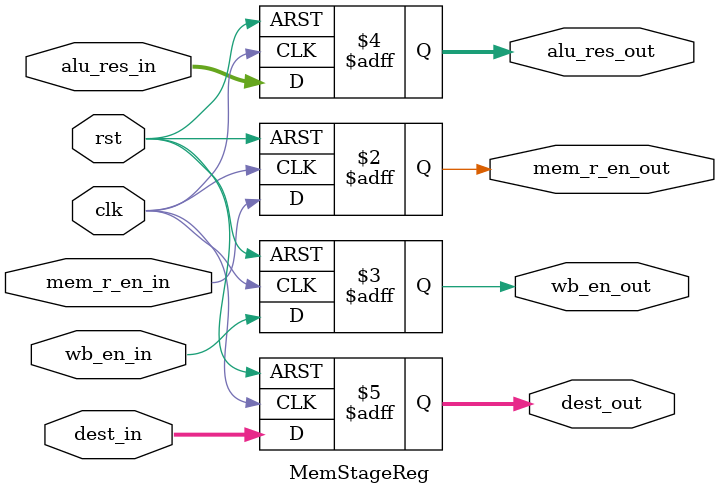
<source format=v>
module MemStageReg (
    input clk, rst,
    input wb_en_in, mem_r_en_in,
    input [31:0] alu_res_in,
    input [3:0] dest_in,
    output reg mem_r_en_out, wb_en_out,
    output reg [31:0] alu_res_out,
    output reg [3:0] dest_out
);
    always @(posedge clk, posedge rst) begin
        if (rst) begin
            mem_r_en_out <= 0;
            wb_en_out <= 0;
            alu_res_out <= 0;
            dest_out <= 0;
        end else begin
            mem_r_en_out <= mem_r_en_in;
            wb_en_out <= wb_en_in;
            alu_res_out <= alu_res_in;
            dest_out <= dest_in;
        end
    end
  
endmodule
</source>
